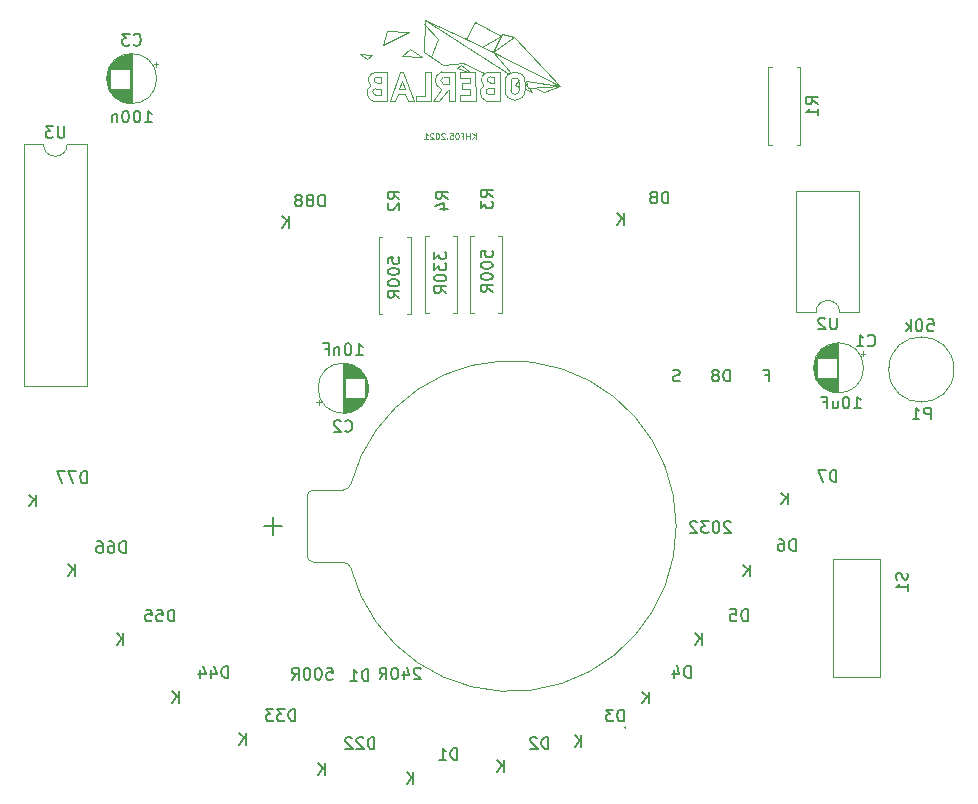
<source format=gbr>
%TF.GenerationSoftware,KiCad,Pcbnew,(5.1.9)-1*%
%TF.CreationDate,2021-04-30T09:58:52+02:00*%
%TF.ProjectId,Smiley2,536d696c-6579-4322-9e6b-696361645f70,rev?*%
%TF.SameCoordinates,Original*%
%TF.FileFunction,Legend,Bot*%
%TF.FilePolarity,Positive*%
%FSLAX46Y46*%
G04 Gerber Fmt 4.6, Leading zero omitted, Abs format (unit mm)*
G04 Created by KiCad (PCBNEW (5.1.9)-1) date 2021-04-30 09:58:52*
%MOMM*%
%LPD*%
G01*
G04 APERTURE LIST*
%ADD10C,0.150000*%
%ADD11C,0.100000*%
%ADD12C,0.120000*%
%ADD13C,0.010000*%
%ADD14C,0.050000*%
%ADD15C,0.200000*%
G04 APERTURE END LIST*
D10*
X15171904Y13937619D02*
X15171904Y14937619D01*
X14600476Y13937619D02*
X15029047Y14509047D01*
X14600476Y14937619D02*
X15171904Y14366190D01*
X-13138095Y13687619D02*
X-13138095Y14687619D01*
X-13709523Y13687619D02*
X-13280952Y14259047D01*
X-13709523Y14687619D02*
X-13138095Y14116190D01*
X-34578095Y-9922380D02*
X-34578095Y-8922380D01*
X-35149523Y-9922380D02*
X-34720952Y-9350952D01*
X-35149523Y-8922380D02*
X-34578095Y-9493809D01*
X-31268095Y-15802380D02*
X-31268095Y-14802380D01*
X-31839523Y-15802380D02*
X-31410952Y-15230952D01*
X-31839523Y-14802380D02*
X-31268095Y-15373809D01*
X-27178095Y-21652380D02*
X-27178095Y-20652380D01*
X-27749523Y-21652380D02*
X-27320952Y-21080952D01*
X-27749523Y-20652380D02*
X-27178095Y-21223809D01*
X-22488095Y-26562380D02*
X-22488095Y-25562380D01*
X-23059523Y-26562380D02*
X-22630952Y-25990952D01*
X-23059523Y-25562380D02*
X-22488095Y-26133809D01*
X-16788095Y-30082380D02*
X-16788095Y-29082380D01*
X-17359523Y-30082380D02*
X-16930952Y-29510952D01*
X-17359523Y-29082380D02*
X-16788095Y-29653809D01*
X-10138095Y-32672380D02*
X-10138095Y-31672380D01*
X-10709523Y-32672380D02*
X-10280952Y-32100952D01*
X-10709523Y-31672380D02*
X-10138095Y-32243809D01*
X-2628095Y-33422380D02*
X-2628095Y-32422380D01*
X-3199523Y-33422380D02*
X-2770952Y-32850952D01*
X-3199523Y-32422380D02*
X-2628095Y-32993809D01*
X5031904Y-32422380D02*
X5031904Y-31422380D01*
X4460476Y-32422380D02*
X4889047Y-31850952D01*
X4460476Y-31422380D02*
X5031904Y-31993809D01*
X11611904Y-30282380D02*
X11611904Y-29282380D01*
X11040476Y-30282380D02*
X11469047Y-29710952D01*
X11040476Y-29282380D02*
X11611904Y-29853809D01*
X17331904Y-26602380D02*
X17331904Y-25602380D01*
X16760476Y-26602380D02*
X17189047Y-26030952D01*
X16760476Y-25602380D02*
X17331904Y-26173809D01*
X21821904Y-21632380D02*
X21821904Y-20632380D01*
X21250476Y-21632380D02*
X21679047Y-21060952D01*
X21250476Y-20632380D02*
X21821904Y-21203809D01*
X25841904Y-15842380D02*
X25841904Y-14842380D01*
X25270476Y-15842380D02*
X25699047Y-15270952D01*
X25270476Y-14842380D02*
X25841904Y-15413809D01*
X29071904Y-9752380D02*
X29071904Y-8752380D01*
X28500476Y-9752380D02*
X28929047Y-9180952D01*
X28500476Y-8752380D02*
X29071904Y-9323809D01*
D11*
X2644761Y21183809D02*
X2644761Y21683809D01*
X2359047Y21183809D02*
X2573333Y21469523D01*
X2359047Y21683809D02*
X2644761Y21398095D01*
X2144761Y21183809D02*
X2144761Y21683809D01*
X2144761Y21445714D02*
X1859047Y21445714D01*
X1859047Y21183809D02*
X1859047Y21683809D01*
X1454285Y21445714D02*
X1620952Y21445714D01*
X1620952Y21183809D02*
X1620952Y21683809D01*
X1382857Y21683809D01*
X1097142Y21683809D02*
X1049523Y21683809D01*
X1001904Y21660000D01*
X978095Y21636190D01*
X954285Y21588571D01*
X930476Y21493333D01*
X930476Y21374285D01*
X954285Y21279047D01*
X978095Y21231428D01*
X1001904Y21207619D01*
X1049523Y21183809D01*
X1097142Y21183809D01*
X1144761Y21207619D01*
X1168571Y21231428D01*
X1192380Y21279047D01*
X1216190Y21374285D01*
X1216190Y21493333D01*
X1192380Y21588571D01*
X1168571Y21636190D01*
X1144761Y21660000D01*
X1097142Y21683809D01*
X478095Y21683809D02*
X716190Y21683809D01*
X740000Y21445714D01*
X716190Y21469523D01*
X668571Y21493333D01*
X549523Y21493333D01*
X501904Y21469523D01*
X478095Y21445714D01*
X454285Y21398095D01*
X454285Y21279047D01*
X478095Y21231428D01*
X501904Y21207619D01*
X549523Y21183809D01*
X668571Y21183809D01*
X716190Y21207619D01*
X740000Y21231428D01*
X240000Y21231428D02*
X216190Y21207619D01*
X240000Y21183809D01*
X263809Y21207619D01*
X240000Y21231428D01*
X240000Y21183809D01*
X25714Y21636190D02*
X1904Y21660000D01*
X-45714Y21683809D01*
X-164761Y21683809D01*
X-212380Y21660000D01*
X-236190Y21636190D01*
X-260000Y21588571D01*
X-260000Y21540952D01*
X-236190Y21469523D01*
X49523Y21183809D01*
X-260000Y21183809D01*
X-569523Y21683809D02*
X-617142Y21683809D01*
X-664761Y21660000D01*
X-688571Y21636190D01*
X-712380Y21588571D01*
X-736190Y21493333D01*
X-736190Y21374285D01*
X-712380Y21279047D01*
X-688571Y21231428D01*
X-664761Y21207619D01*
X-617142Y21183809D01*
X-569523Y21183809D01*
X-521904Y21207619D01*
X-498095Y21231428D01*
X-474285Y21279047D01*
X-450476Y21374285D01*
X-450476Y21493333D01*
X-474285Y21588571D01*
X-498095Y21636190D01*
X-521904Y21660000D01*
X-569523Y21683809D01*
X-926666Y21636190D02*
X-950476Y21660000D01*
X-998095Y21683809D01*
X-1117142Y21683809D01*
X-1164761Y21660000D01*
X-1188571Y21636190D01*
X-1212380Y21588571D01*
X-1212380Y21540952D01*
X-1188571Y21469523D01*
X-902857Y21183809D01*
X-1212380Y21183809D01*
X-1688571Y21183809D02*
X-1402857Y21183809D01*
X-1545714Y21183809D02*
X-1545714Y21683809D01*
X-1498095Y21612380D01*
X-1450476Y21564761D01*
X-1402857Y21540952D01*
D10*
X40912857Y5917619D02*
X41389047Y5917619D01*
X41436666Y5441428D01*
X41389047Y5489047D01*
X41293809Y5536666D01*
X41055714Y5536666D01*
X40960476Y5489047D01*
X40912857Y5441428D01*
X40865238Y5346190D01*
X40865238Y5108095D01*
X40912857Y5012857D01*
X40960476Y4965238D01*
X41055714Y4917619D01*
X41293809Y4917619D01*
X41389047Y4965238D01*
X41436666Y5012857D01*
X40246190Y5917619D02*
X40150952Y5917619D01*
X40055714Y5870000D01*
X40008095Y5822380D01*
X39960476Y5727142D01*
X39912857Y5536666D01*
X39912857Y5298571D01*
X39960476Y5108095D01*
X40008095Y5012857D01*
X40055714Y4965238D01*
X40150952Y4917619D01*
X40246190Y4917619D01*
X40341428Y4965238D01*
X40389047Y5012857D01*
X40436666Y5108095D01*
X40484285Y5298571D01*
X40484285Y5536666D01*
X40436666Y5727142D01*
X40389047Y5822380D01*
X40341428Y5870000D01*
X40246190Y5917619D01*
X39484285Y4917619D02*
X39484285Y5917619D01*
X39389047Y5298571D02*
X39103333Y4917619D01*
X39103333Y5584285D02*
X39484285Y5203333D01*
X-6431904Y-24712380D02*
X-6431904Y-23712380D01*
X-6670000Y-23712380D01*
X-6812857Y-23760000D01*
X-6908095Y-23855238D01*
X-6955714Y-23950476D01*
X-7003333Y-24140952D01*
X-7003333Y-24283809D01*
X-6955714Y-24474285D01*
X-6908095Y-24569523D01*
X-6812857Y-24664761D01*
X-6670000Y-24712380D01*
X-6431904Y-24712380D01*
X-7955714Y-24712380D02*
X-7384285Y-24712380D01*
X-7669999Y-24712380D02*
X-7669999Y-23712380D01*
X-7574761Y-23855238D01*
X-7479523Y-23950476D01*
X-7384285Y-23998095D01*
X-2011904Y-23657619D02*
X-2059523Y-23610000D01*
X-2154761Y-23562380D01*
X-2392857Y-23562380D01*
X-2488095Y-23610000D01*
X-2535714Y-23657619D01*
X-2583333Y-23752857D01*
X-2583333Y-23848095D01*
X-2535714Y-23990952D01*
X-1964285Y-24562380D01*
X-2583333Y-24562380D01*
X-3440476Y-23895714D02*
X-3440476Y-24562380D01*
X-3202380Y-23514761D02*
X-2964285Y-24229047D01*
X-3583333Y-24229047D01*
X-4154761Y-23562380D02*
X-4250000Y-23562380D01*
X-4345238Y-23610000D01*
X-4392857Y-23657619D01*
X-4440476Y-23752857D01*
X-4488095Y-23943333D01*
X-4488095Y-24181428D01*
X-4440476Y-24371904D01*
X-4392857Y-24467142D01*
X-4345238Y-24514761D01*
X-4250000Y-24562380D01*
X-4154761Y-24562380D01*
X-4059523Y-24514761D01*
X-4011904Y-24467142D01*
X-3964285Y-24371904D01*
X-3916666Y-24181428D01*
X-3916666Y-23943333D01*
X-3964285Y-23752857D01*
X-4011904Y-23657619D01*
X-4059523Y-23610000D01*
X-4154761Y-23562380D01*
X-5488095Y-24562380D02*
X-5154761Y-24086190D01*
X-4916666Y-24562380D02*
X-4916666Y-23562380D01*
X-5297619Y-23562380D01*
X-5392857Y-23610000D01*
X-5440476Y-23657619D01*
X-5488095Y-23752857D01*
X-5488095Y-23895714D01*
X-5440476Y-23990952D01*
X-5392857Y-24038571D01*
X-5297619Y-24086190D01*
X-4916666Y-24086190D01*
X-9965714Y-23592380D02*
X-9489523Y-23592380D01*
X-9441904Y-24068571D01*
X-9489523Y-24020952D01*
X-9584761Y-23973333D01*
X-9822857Y-23973333D01*
X-9918095Y-24020952D01*
X-9965714Y-24068571D01*
X-10013333Y-24163809D01*
X-10013333Y-24401904D01*
X-9965714Y-24497142D01*
X-9918095Y-24544761D01*
X-9822857Y-24592380D01*
X-9584761Y-24592380D01*
X-9489523Y-24544761D01*
X-9441904Y-24497142D01*
X-10632380Y-23592380D02*
X-10727619Y-23592380D01*
X-10822857Y-23640000D01*
X-10870476Y-23687619D01*
X-10918095Y-23782857D01*
X-10965714Y-23973333D01*
X-10965714Y-24211428D01*
X-10918095Y-24401904D01*
X-10870476Y-24497142D01*
X-10822857Y-24544761D01*
X-10727619Y-24592380D01*
X-10632380Y-24592380D01*
X-10537142Y-24544761D01*
X-10489523Y-24497142D01*
X-10441904Y-24401904D01*
X-10394285Y-24211428D01*
X-10394285Y-23973333D01*
X-10441904Y-23782857D01*
X-10489523Y-23687619D01*
X-10537142Y-23640000D01*
X-10632380Y-23592380D01*
X-11584761Y-23592380D02*
X-11680000Y-23592380D01*
X-11775238Y-23640000D01*
X-11822857Y-23687619D01*
X-11870476Y-23782857D01*
X-11918095Y-23973333D01*
X-11918095Y-24211428D01*
X-11870476Y-24401904D01*
X-11822857Y-24497142D01*
X-11775238Y-24544761D01*
X-11680000Y-24592380D01*
X-11584761Y-24592380D01*
X-11489523Y-24544761D01*
X-11441904Y-24497142D01*
X-11394285Y-24401904D01*
X-11346666Y-24211428D01*
X-11346666Y-23973333D01*
X-11394285Y-23782857D01*
X-11441904Y-23687619D01*
X-11489523Y-23640000D01*
X-11584761Y-23592380D01*
X-12918095Y-24592380D02*
X-12584761Y-24116190D01*
X-12346666Y-24592380D02*
X-12346666Y-23592380D01*
X-12727619Y-23592380D01*
X-12822857Y-23640000D01*
X-12870476Y-23687619D01*
X-12918095Y-23782857D01*
X-12918095Y-23925714D01*
X-12870476Y-24020952D01*
X-12822857Y-24068571D01*
X-12727619Y-24116190D01*
X-12346666Y-24116190D01*
X19925714Y705238D02*
X19782857Y657619D01*
X19544761Y657619D01*
X19449523Y705238D01*
X19401904Y752857D01*
X19354285Y848095D01*
X19354285Y943333D01*
X19401904Y1038571D01*
X19449523Y1086190D01*
X19544761Y1133809D01*
X19735238Y1181428D01*
X19830476Y1229047D01*
X19878095Y1276666D01*
X19925714Y1371904D01*
X19925714Y1467142D01*
X19878095Y1562380D01*
X19830476Y1610000D01*
X19735238Y1657619D01*
X19497142Y1657619D01*
X19354285Y1610000D01*
X27117142Y1181428D02*
X27450476Y1181428D01*
X27450476Y657619D02*
X27450476Y1657619D01*
X26974285Y1657619D01*
X24188095Y657619D02*
X24188095Y1657619D01*
X23950000Y1657619D01*
X23807142Y1610000D01*
X23711904Y1514761D01*
X23664285Y1419523D01*
X23616666Y1229047D01*
X23616666Y1086190D01*
X23664285Y895714D01*
X23711904Y800476D01*
X23807142Y705238D01*
X23950000Y657619D01*
X24188095Y657619D01*
X23045238Y1229047D02*
X23140476Y1276666D01*
X23188095Y1324285D01*
X23235714Y1419523D01*
X23235714Y1467142D01*
X23188095Y1562380D01*
X23140476Y1610000D01*
X23045238Y1657619D01*
X22854761Y1657619D01*
X22759523Y1610000D01*
X22711904Y1562380D01*
X22664285Y1467142D01*
X22664285Y1419523D01*
X22711904Y1324285D01*
X22759523Y1276666D01*
X22854761Y1229047D01*
X23045238Y1229047D01*
X23140476Y1181428D01*
X23188095Y1133809D01*
X23235714Y1038571D01*
X23235714Y848095D01*
X23188095Y752857D01*
X23140476Y705238D01*
X23045238Y657619D01*
X22854761Y657619D01*
X22759523Y705238D01*
X22711904Y752857D01*
X22664285Y848095D01*
X22664285Y1038571D01*
X22711904Y1133809D01*
X22759523Y1181428D01*
X22854761Y1229047D01*
D12*
%TO.C,G\u002A\u002A\u002A*%
X-3315000Y24985000D02*
X-3915000Y24985000D01*
X-1640000Y24860000D02*
X-2390000Y24860000D01*
X-2390000Y24410000D02*
X-1140000Y24410000D01*
D13*
G36*
X15204723Y-28585226D02*
G01*
X15268542Y-28649045D01*
X15332361Y-28585226D01*
X15268542Y-28521407D01*
X15204723Y-28585226D01*
G37*
X15204723Y-28585226D02*
X15268542Y-28649045D01*
X15332361Y-28585226D01*
X15268542Y-28521407D01*
X15204723Y-28585226D01*
D12*
X-1165000Y26860000D02*
X-1615000Y26860000D01*
X6835000Y25310000D02*
X6835000Y26010000D01*
X5135000Y26010000D02*
X5135000Y25310000D01*
X2635000Y26860000D02*
X2685000Y24410000D01*
X2685000Y24410000D02*
X2585000Y24410000D01*
X-4565000Y24385000D02*
X-3790000Y26835000D01*
X2185000Y25910000D02*
X2185000Y26360000D01*
X4185000Y26410000D02*
X4185000Y25960000D01*
X1535000Y25910000D02*
X2185000Y25910000D01*
X-3790000Y26835000D02*
X-3465000Y26835000D01*
X-4165000Y24385000D02*
X-4565000Y24385000D01*
X1535000Y25460000D02*
X1535000Y25910000D01*
X-1140000Y24410000D02*
X-1165000Y26860000D01*
X-1615000Y26860000D02*
X-1640000Y24860000D01*
D14*
X4135000Y28510000D02*
X5610000Y26785000D01*
D12*
X-3065000Y24385000D02*
X-2565000Y24385000D01*
X1335000Y26360000D02*
X1335000Y26860000D01*
X2185000Y25460000D02*
X1535000Y25460000D01*
X-3465000Y26835000D02*
X-2565000Y24385000D01*
X1335000Y26860000D02*
X2635000Y26860000D01*
X-3340000Y25385000D02*
X-3840000Y25385000D01*
X4185000Y25960000D02*
X3885000Y25960000D01*
X2185000Y26360000D02*
X1335000Y26360000D01*
X-3065000Y24385000D02*
X-3315000Y24985000D01*
X-3915000Y24985000D02*
X-4165000Y24385000D01*
X-2390000Y24860000D02*
X-2390000Y24410000D01*
X285000Y25360000D02*
X-465000Y24410000D01*
X-865000Y24410000D02*
X-965000Y24410000D01*
X435000Y24410000D02*
X435000Y25360000D01*
D14*
X-5165000Y29135000D02*
X-4815000Y30310000D01*
X4860000Y30085000D02*
X4135000Y28510000D01*
X2560000Y31085000D02*
X1810000Y29660000D01*
D12*
X-4890000Y26835000D02*
X-4840000Y24385000D01*
D14*
X-1890000Y28110000D02*
X-2890000Y28785000D01*
X-1690000Y30885000D02*
X-565000Y29660000D01*
X-565000Y29660000D02*
X-1140000Y28160000D01*
D12*
X6335000Y26010000D02*
X6335000Y25310000D01*
X4735000Y24410000D02*
X3535000Y24410000D01*
D14*
X8460000Y25185000D02*
X7635000Y25535000D01*
D12*
X-4840000Y24385000D02*
X-6040000Y24385000D01*
X-5390000Y25435000D02*
X-5390000Y24935000D01*
X-5390001Y25439950D02*
X-5790001Y25439950D01*
X-223731Y26865406D02*
X885000Y26860000D01*
X2585000Y24410000D02*
X1335000Y24410000D01*
X-3840000Y25385000D02*
X-3615000Y26135000D01*
X-3615000Y26135000D02*
X-3340000Y25385000D01*
D14*
X4135000Y28510000D02*
X9785000Y25660000D01*
D12*
X-5790000Y26821395D02*
X-4890000Y26835000D01*
X4184999Y25464950D02*
X3784999Y25464950D01*
X-5390000Y26435000D02*
X-5640000Y26435000D01*
D14*
X-6115000Y28260000D02*
X-7115000Y28410000D01*
X6835000Y25410000D02*
X7385000Y25135000D01*
D12*
X3785000Y26846395D02*
X4685000Y26860000D01*
D14*
X6285000Y26160000D02*
X5960000Y25760000D01*
X5885000Y29835000D02*
X4135000Y28510000D01*
X1035000Y27210000D02*
X2010000Y26860000D01*
D12*
X5635000Y26010000D02*
X5635000Y25360000D01*
X1335000Y24910000D02*
X2185000Y24910000D01*
X2185000Y24910000D02*
X2185000Y25460000D01*
X385000Y25860000D02*
X-115000Y25860000D01*
X4185000Y26460000D02*
X3935000Y26460000D01*
X-5390000Y26385000D02*
X-5390000Y25935000D01*
D14*
X-3590000Y28210000D02*
X-1915000Y28110000D01*
X7385000Y25135000D02*
X6810000Y25935000D01*
X-3015000Y30260000D02*
X-5165000Y29135000D01*
X5435000Y26685000D02*
X-1665000Y31285000D01*
X5960000Y25760000D02*
X6335000Y25585000D01*
X-4815000Y30310000D02*
X-3015000Y30260000D01*
D12*
X-5390000Y25935000D02*
X-5690000Y25935000D01*
X385000Y26410000D02*
X385000Y25860000D01*
X-965000Y24410000D02*
X-265000Y25360000D01*
X-5390000Y24935000D02*
X-5840000Y24935000D01*
D14*
X-1665000Y31285000D02*
X-1740000Y28560000D01*
X1810000Y29660000D02*
X4135000Y28510000D01*
X-2890000Y28785000D02*
X-3590000Y28210000D01*
X1810000Y29660000D02*
X-1665000Y31285000D01*
D12*
X885000Y24410000D02*
X435000Y24410000D01*
X435000Y25360000D02*
X285000Y25360000D01*
X1335000Y24410000D02*
X1335000Y24910000D01*
X-465000Y24410000D02*
X-865000Y24410000D01*
D14*
X-7115000Y28410000D02*
X-6540000Y27935000D01*
D12*
X4185000Y25460000D02*
X4185000Y24960000D01*
D14*
X-6540000Y27935000D02*
X-6115000Y28260000D01*
X5885000Y29835000D02*
X4860000Y30085000D01*
D12*
X4685000Y26860000D02*
X4735000Y24410000D01*
X4185000Y24960000D02*
X3735000Y24960000D01*
X885000Y26860000D02*
X885000Y24410000D01*
D14*
X2210000Y26885000D02*
X1435000Y27485000D01*
X1435000Y27485000D02*
X1035000Y27210000D01*
D12*
X-65000Y26410000D02*
X385000Y26410000D01*
D14*
X9785000Y25660000D02*
X6885000Y26135000D01*
X9785000Y25660000D02*
X5885000Y29835000D01*
X-1740000Y28560000D02*
X-115000Y27435000D01*
X-115000Y27435000D02*
X1560000Y27660000D01*
X1560000Y27660000D02*
X3385000Y26760000D01*
X7110000Y25510000D02*
X9785000Y25660000D01*
X6885000Y26135000D02*
X7110000Y25510000D01*
X9785000Y25660000D02*
X8460000Y25185000D01*
X4760000Y29910000D02*
X3185000Y29010000D01*
X2560000Y31085000D02*
X4760000Y29910000D01*
D12*
X-223731Y26865406D02*
G75*
G03*
X-239999Y25410001I233731J-730406D01*
G01*
X5135000Y25310000D02*
G75*
G03*
X6835000Y25310000I850000J0D01*
G01*
X-6216256Y25693936D02*
G75*
G03*
X-6039999Y24385001I426256J-608936D01*
G01*
X-115000Y26409999D02*
G75*
G03*
X-114999Y25860001I125000J-274999D01*
G01*
X5635000Y25310000D02*
G75*
G03*
X6335000Y25310000I350000J0D01*
G01*
X6335000Y26010000D02*
G75*
G03*
X5635000Y26010000I-350000J0D01*
G01*
X-5790001Y25439950D02*
G75*
G03*
X-5839999Y24935001I1J-254950D01*
G01*
X-5629366Y26427536D02*
G75*
G03*
X-5690000Y25935000I-60634J-242536D01*
G01*
X3358744Y25718936D02*
G75*
G03*
X3535001Y24410001I426256J-608936D01*
G01*
X-5790000Y26821395D02*
G75*
G03*
X-6239999Y25735001I0J-636395D01*
G01*
X3784999Y25464950D02*
G75*
G03*
X3735001Y24960001I1J-254950D01*
G01*
X6835000Y26010000D02*
G75*
G03*
X5135000Y26010000I-850000J0D01*
G01*
X3785000Y26846395D02*
G75*
G03*
X3335001Y25760001I0J-636395D01*
G01*
X3945634Y26452536D02*
G75*
G03*
X3885000Y25960000I-60634J-242536D01*
G01*
%TO.C,C1*%
X35492000Y1808500D02*
G75*
G03*
X35492000Y1808500I-2120000J0D01*
G01*
X33372000Y3888500D02*
X33372000Y-271500D01*
X33332000Y3888500D02*
X33332000Y-271500D01*
X33292000Y3887500D02*
X33292000Y-270500D01*
X33252000Y3885500D02*
X33252000Y-268500D01*
X33212000Y3882500D02*
X33212000Y-265500D01*
X33172000Y3879500D02*
X33172000Y2648500D01*
X33172000Y968500D02*
X33172000Y-262500D01*
X33132000Y3875500D02*
X33132000Y2648500D01*
X33132000Y968500D02*
X33132000Y-258500D01*
X33092000Y3870500D02*
X33092000Y2648500D01*
X33092000Y968500D02*
X33092000Y-253500D01*
X33052000Y3864500D02*
X33052000Y2648500D01*
X33052000Y968500D02*
X33052000Y-247500D01*
X33012000Y3858500D02*
X33012000Y2648500D01*
X33012000Y968500D02*
X33012000Y-241500D01*
X32972000Y3850500D02*
X32972000Y2648500D01*
X32972000Y968500D02*
X32972000Y-233500D01*
X32932000Y3842500D02*
X32932000Y2648500D01*
X32932000Y968500D02*
X32932000Y-225500D01*
X32892000Y3833500D02*
X32892000Y2648500D01*
X32892000Y968500D02*
X32892000Y-216500D01*
X32852000Y3824500D02*
X32852000Y2648500D01*
X32852000Y968500D02*
X32852000Y-207500D01*
X32812000Y3813500D02*
X32812000Y2648500D01*
X32812000Y968500D02*
X32812000Y-196500D01*
X32772000Y3802500D02*
X32772000Y2648500D01*
X32772000Y968500D02*
X32772000Y-185500D01*
X32732000Y3790500D02*
X32732000Y2648500D01*
X32732000Y968500D02*
X32732000Y-173500D01*
X32692000Y3776500D02*
X32692000Y2648500D01*
X32692000Y968500D02*
X32692000Y-159500D01*
X32651000Y3762500D02*
X32651000Y2648500D01*
X32651000Y968500D02*
X32651000Y-145500D01*
X32611000Y3748500D02*
X32611000Y2648500D01*
X32611000Y968500D02*
X32611000Y-131500D01*
X32571000Y3732500D02*
X32571000Y2648500D01*
X32571000Y968500D02*
X32571000Y-115500D01*
X32531000Y3715500D02*
X32531000Y2648500D01*
X32531000Y968500D02*
X32531000Y-98500D01*
X32491000Y3697500D02*
X32491000Y2648500D01*
X32491000Y968500D02*
X32491000Y-80500D01*
X32451000Y3678500D02*
X32451000Y2648500D01*
X32451000Y968500D02*
X32451000Y-61500D01*
X32411000Y3659500D02*
X32411000Y2648500D01*
X32411000Y968500D02*
X32411000Y-42500D01*
X32371000Y3638500D02*
X32371000Y2648500D01*
X32371000Y968500D02*
X32371000Y-21500D01*
X32331000Y3616500D02*
X32331000Y2648500D01*
X32331000Y968500D02*
X32331000Y500D01*
X32291000Y3593500D02*
X32291000Y2648500D01*
X32291000Y968500D02*
X32291000Y23500D01*
X32251000Y3568500D02*
X32251000Y2648500D01*
X32251000Y968500D02*
X32251000Y48500D01*
X32211000Y3543500D02*
X32211000Y2648500D01*
X32211000Y968500D02*
X32211000Y73500D01*
X32171000Y3516500D02*
X32171000Y2648500D01*
X32171000Y968500D02*
X32171000Y100500D01*
X32131000Y3488500D02*
X32131000Y2648500D01*
X32131000Y968500D02*
X32131000Y128500D01*
X32091000Y3458500D02*
X32091000Y2648500D01*
X32091000Y968500D02*
X32091000Y158500D01*
X32051000Y3427500D02*
X32051000Y2648500D01*
X32051000Y968500D02*
X32051000Y189500D01*
X32011000Y3395500D02*
X32011000Y2648500D01*
X32011000Y968500D02*
X32011000Y221500D01*
X31971000Y3360500D02*
X31971000Y2648500D01*
X31971000Y968500D02*
X31971000Y256500D01*
X31931000Y3324500D02*
X31931000Y2648500D01*
X31931000Y968500D02*
X31931000Y292500D01*
X31891000Y3286500D02*
X31891000Y2648500D01*
X31891000Y968500D02*
X31891000Y330500D01*
X31851000Y3246500D02*
X31851000Y2648500D01*
X31851000Y968500D02*
X31851000Y370500D01*
X31811000Y3204500D02*
X31811000Y2648500D01*
X31811000Y968500D02*
X31811000Y412500D01*
X31771000Y3159500D02*
X31771000Y2648500D01*
X31771000Y968500D02*
X31771000Y457500D01*
X31731000Y3112500D02*
X31731000Y2648500D01*
X31731000Y968500D02*
X31731000Y504500D01*
X31691000Y3062500D02*
X31691000Y2648500D01*
X31691000Y968500D02*
X31691000Y554500D01*
X31651000Y3008500D02*
X31651000Y2648500D01*
X31651000Y968500D02*
X31651000Y608500D01*
X31611000Y2950500D02*
X31611000Y2648500D01*
X31611000Y968500D02*
X31611000Y666500D01*
X31571000Y2888500D02*
X31571000Y2648500D01*
X31571000Y968500D02*
X31571000Y728500D01*
X31531000Y2821500D02*
X31531000Y795500D01*
X31491000Y2748500D02*
X31491000Y868500D01*
X31451000Y2667500D02*
X31451000Y949500D01*
X31411000Y2576500D02*
X31411000Y1040500D01*
X31371000Y2472500D02*
X31371000Y1144500D01*
X31331000Y2345500D02*
X31331000Y1271500D01*
X31291000Y2178500D02*
X31291000Y1438500D01*
X35641801Y3003500D02*
X35241801Y3003500D01*
X35441801Y3203500D02*
X35441801Y2803500D01*
%TO.C,C2*%
X-6450000Y94000D02*
G75*
G03*
X-6450000Y94000I-2120000J0D01*
G01*
X-8570000Y-1986000D02*
X-8570000Y2174000D01*
X-8530000Y-1986000D02*
X-8530000Y2174000D01*
X-8490000Y-1985000D02*
X-8490000Y2173000D01*
X-8450000Y-1983000D02*
X-8450000Y2171000D01*
X-8410000Y-1980000D02*
X-8410000Y2168000D01*
X-8370000Y-1977000D02*
X-8370000Y-746000D01*
X-8370000Y934000D02*
X-8370000Y2165000D01*
X-8330000Y-1973000D02*
X-8330000Y-746000D01*
X-8330000Y934000D02*
X-8330000Y2161000D01*
X-8290000Y-1968000D02*
X-8290000Y-746000D01*
X-8290000Y934000D02*
X-8290000Y2156000D01*
X-8250000Y-1962000D02*
X-8250000Y-746000D01*
X-8250000Y934000D02*
X-8250000Y2150000D01*
X-8210000Y-1956000D02*
X-8210000Y-746000D01*
X-8210000Y934000D02*
X-8210000Y2144000D01*
X-8170000Y-1948000D02*
X-8170000Y-746000D01*
X-8170000Y934000D02*
X-8170000Y2136000D01*
X-8130000Y-1940000D02*
X-8130000Y-746000D01*
X-8130000Y934000D02*
X-8130000Y2128000D01*
X-8090000Y-1931000D02*
X-8090000Y-746000D01*
X-8090000Y934000D02*
X-8090000Y2119000D01*
X-8050000Y-1922000D02*
X-8050000Y-746000D01*
X-8050000Y934000D02*
X-8050000Y2110000D01*
X-8010000Y-1911000D02*
X-8010000Y-746000D01*
X-8010000Y934000D02*
X-8010000Y2099000D01*
X-7970000Y-1900000D02*
X-7970000Y-746000D01*
X-7970000Y934000D02*
X-7970000Y2088000D01*
X-7930000Y-1888000D02*
X-7930000Y-746000D01*
X-7930000Y934000D02*
X-7930000Y2076000D01*
X-7890000Y-1874000D02*
X-7890000Y-746000D01*
X-7890000Y934000D02*
X-7890000Y2062000D01*
X-7849000Y-1860000D02*
X-7849000Y-746000D01*
X-7849000Y934000D02*
X-7849000Y2048000D01*
X-7809000Y-1846000D02*
X-7809000Y-746000D01*
X-7809000Y934000D02*
X-7809000Y2034000D01*
X-7769000Y-1830000D02*
X-7769000Y-746000D01*
X-7769000Y934000D02*
X-7769000Y2018000D01*
X-7729000Y-1813000D02*
X-7729000Y-746000D01*
X-7729000Y934000D02*
X-7729000Y2001000D01*
X-7689000Y-1795000D02*
X-7689000Y-746000D01*
X-7689000Y934000D02*
X-7689000Y1983000D01*
X-7649000Y-1776000D02*
X-7649000Y-746000D01*
X-7649000Y934000D02*
X-7649000Y1964000D01*
X-7609000Y-1757000D02*
X-7609000Y-746000D01*
X-7609000Y934000D02*
X-7609000Y1945000D01*
X-7569000Y-1736000D02*
X-7569000Y-746000D01*
X-7569000Y934000D02*
X-7569000Y1924000D01*
X-7529000Y-1714000D02*
X-7529000Y-746000D01*
X-7529000Y934000D02*
X-7529000Y1902000D01*
X-7489000Y-1691000D02*
X-7489000Y-746000D01*
X-7489000Y934000D02*
X-7489000Y1879000D01*
X-7449000Y-1666000D02*
X-7449000Y-746000D01*
X-7449000Y934000D02*
X-7449000Y1854000D01*
X-7409000Y-1641000D02*
X-7409000Y-746000D01*
X-7409000Y934000D02*
X-7409000Y1829000D01*
X-7369000Y-1614000D02*
X-7369000Y-746000D01*
X-7369000Y934000D02*
X-7369000Y1802000D01*
X-7329000Y-1586000D02*
X-7329000Y-746000D01*
X-7329000Y934000D02*
X-7329000Y1774000D01*
X-7289000Y-1556000D02*
X-7289000Y-746000D01*
X-7289000Y934000D02*
X-7289000Y1744000D01*
X-7249000Y-1525000D02*
X-7249000Y-746000D01*
X-7249000Y934000D02*
X-7249000Y1713000D01*
X-7209000Y-1493000D02*
X-7209000Y-746000D01*
X-7209000Y934000D02*
X-7209000Y1681000D01*
X-7169000Y-1458000D02*
X-7169000Y-746000D01*
X-7169000Y934000D02*
X-7169000Y1646000D01*
X-7129000Y-1422000D02*
X-7129000Y-746000D01*
X-7129000Y934000D02*
X-7129000Y1610000D01*
X-7089000Y-1384000D02*
X-7089000Y-746000D01*
X-7089000Y934000D02*
X-7089000Y1572000D01*
X-7049000Y-1344000D02*
X-7049000Y-746000D01*
X-7049000Y934000D02*
X-7049000Y1532000D01*
X-7009000Y-1302000D02*
X-7009000Y-746000D01*
X-7009000Y934000D02*
X-7009000Y1490000D01*
X-6969000Y-1257000D02*
X-6969000Y-746000D01*
X-6969000Y934000D02*
X-6969000Y1445000D01*
X-6929000Y-1210000D02*
X-6929000Y-746000D01*
X-6929000Y934000D02*
X-6929000Y1398000D01*
X-6889000Y-1160000D02*
X-6889000Y-746000D01*
X-6889000Y934000D02*
X-6889000Y1348000D01*
X-6849000Y-1106000D02*
X-6849000Y-746000D01*
X-6849000Y934000D02*
X-6849000Y1294000D01*
X-6809000Y-1048000D02*
X-6809000Y-746000D01*
X-6809000Y934000D02*
X-6809000Y1236000D01*
X-6769000Y-986000D02*
X-6769000Y-746000D01*
X-6769000Y934000D02*
X-6769000Y1174000D01*
X-6729000Y-919000D02*
X-6729000Y1107000D01*
X-6689000Y-846000D02*
X-6689000Y1034000D01*
X-6649000Y-765000D02*
X-6649000Y953000D01*
X-6609000Y-674000D02*
X-6609000Y862000D01*
X-6569000Y-570000D02*
X-6569000Y758000D01*
X-6529000Y-443000D02*
X-6529000Y631000D01*
X-6489000Y-276000D02*
X-6489000Y464000D01*
X-10839801Y-1101000D02*
X-10439801Y-1101000D01*
X-10639801Y-1301000D02*
X-10639801Y-901000D01*
%TO.C,C3*%
X-24410199Y27695000D02*
X-24410199Y27295000D01*
X-24210199Y27495000D02*
X-24610199Y27495000D01*
X-28561000Y26670000D02*
X-28561000Y25930000D01*
X-28521000Y26837000D02*
X-28521000Y25763000D01*
X-28481000Y26964000D02*
X-28481000Y25636000D01*
X-28441000Y27068000D02*
X-28441000Y25532000D01*
X-28401000Y27159000D02*
X-28401000Y25441000D01*
X-28361000Y27240000D02*
X-28361000Y25360000D01*
X-28321000Y27313000D02*
X-28321000Y25287000D01*
X-28281000Y25460000D02*
X-28281000Y25220000D01*
X-28281000Y27380000D02*
X-28281000Y27140000D01*
X-28241000Y25460000D02*
X-28241000Y25158000D01*
X-28241000Y27442000D02*
X-28241000Y27140000D01*
X-28201000Y25460000D02*
X-28201000Y25100000D01*
X-28201000Y27500000D02*
X-28201000Y27140000D01*
X-28161000Y25460000D02*
X-28161000Y25046000D01*
X-28161000Y27554000D02*
X-28161000Y27140000D01*
X-28121000Y25460000D02*
X-28121000Y24996000D01*
X-28121000Y27604000D02*
X-28121000Y27140000D01*
X-28081000Y25460000D02*
X-28081000Y24949000D01*
X-28081000Y27651000D02*
X-28081000Y27140000D01*
X-28041000Y25460000D02*
X-28041000Y24904000D01*
X-28041000Y27696000D02*
X-28041000Y27140000D01*
X-28001000Y25460000D02*
X-28001000Y24862000D01*
X-28001000Y27738000D02*
X-28001000Y27140000D01*
X-27961000Y25460000D02*
X-27961000Y24822000D01*
X-27961000Y27778000D02*
X-27961000Y27140000D01*
X-27921000Y25460000D02*
X-27921000Y24784000D01*
X-27921000Y27816000D02*
X-27921000Y27140000D01*
X-27881000Y25460000D02*
X-27881000Y24748000D01*
X-27881000Y27852000D02*
X-27881000Y27140000D01*
X-27841000Y25460000D02*
X-27841000Y24713000D01*
X-27841000Y27887000D02*
X-27841000Y27140000D01*
X-27801000Y25460000D02*
X-27801000Y24681000D01*
X-27801000Y27919000D02*
X-27801000Y27140000D01*
X-27761000Y25460000D02*
X-27761000Y24650000D01*
X-27761000Y27950000D02*
X-27761000Y27140000D01*
X-27721000Y25460000D02*
X-27721000Y24620000D01*
X-27721000Y27980000D02*
X-27721000Y27140000D01*
X-27681000Y25460000D02*
X-27681000Y24592000D01*
X-27681000Y28008000D02*
X-27681000Y27140000D01*
X-27641000Y25460000D02*
X-27641000Y24565000D01*
X-27641000Y28035000D02*
X-27641000Y27140000D01*
X-27601000Y25460000D02*
X-27601000Y24540000D01*
X-27601000Y28060000D02*
X-27601000Y27140000D01*
X-27561000Y25460000D02*
X-27561000Y24515000D01*
X-27561000Y28085000D02*
X-27561000Y27140000D01*
X-27521000Y25460000D02*
X-27521000Y24492000D01*
X-27521000Y28108000D02*
X-27521000Y27140000D01*
X-27481000Y25460000D02*
X-27481000Y24470000D01*
X-27481000Y28130000D02*
X-27481000Y27140000D01*
X-27441000Y25460000D02*
X-27441000Y24449000D01*
X-27441000Y28151000D02*
X-27441000Y27140000D01*
X-27401000Y25460000D02*
X-27401000Y24430000D01*
X-27401000Y28170000D02*
X-27401000Y27140000D01*
X-27361000Y25460000D02*
X-27361000Y24411000D01*
X-27361000Y28189000D02*
X-27361000Y27140000D01*
X-27321000Y25460000D02*
X-27321000Y24393000D01*
X-27321000Y28207000D02*
X-27321000Y27140000D01*
X-27281000Y25460000D02*
X-27281000Y24376000D01*
X-27281000Y28224000D02*
X-27281000Y27140000D01*
X-27241000Y25460000D02*
X-27241000Y24360000D01*
X-27241000Y28240000D02*
X-27241000Y27140000D01*
X-27201000Y25460000D02*
X-27201000Y24346000D01*
X-27201000Y28254000D02*
X-27201000Y27140000D01*
X-27160000Y25460000D02*
X-27160000Y24332000D01*
X-27160000Y28268000D02*
X-27160000Y27140000D01*
X-27120000Y25460000D02*
X-27120000Y24318000D01*
X-27120000Y28282000D02*
X-27120000Y27140000D01*
X-27080000Y25460000D02*
X-27080000Y24306000D01*
X-27080000Y28294000D02*
X-27080000Y27140000D01*
X-27040000Y25460000D02*
X-27040000Y24295000D01*
X-27040000Y28305000D02*
X-27040000Y27140000D01*
X-27000000Y25460000D02*
X-27000000Y24284000D01*
X-27000000Y28316000D02*
X-27000000Y27140000D01*
X-26960000Y25460000D02*
X-26960000Y24275000D01*
X-26960000Y28325000D02*
X-26960000Y27140000D01*
X-26920000Y25460000D02*
X-26920000Y24266000D01*
X-26920000Y28334000D02*
X-26920000Y27140000D01*
X-26880000Y25460000D02*
X-26880000Y24258000D01*
X-26880000Y28342000D02*
X-26880000Y27140000D01*
X-26840000Y25460000D02*
X-26840000Y24250000D01*
X-26840000Y28350000D02*
X-26840000Y27140000D01*
X-26800000Y25460000D02*
X-26800000Y24244000D01*
X-26800000Y28356000D02*
X-26800000Y27140000D01*
X-26760000Y25460000D02*
X-26760000Y24238000D01*
X-26760000Y28362000D02*
X-26760000Y27140000D01*
X-26720000Y25460000D02*
X-26720000Y24233000D01*
X-26720000Y28367000D02*
X-26720000Y27140000D01*
X-26680000Y25460000D02*
X-26680000Y24229000D01*
X-26680000Y28371000D02*
X-26680000Y27140000D01*
X-26640000Y28374000D02*
X-26640000Y24226000D01*
X-26600000Y28377000D02*
X-26600000Y24223000D01*
X-26560000Y28379000D02*
X-26560000Y24221000D01*
X-26520000Y28380000D02*
X-26520000Y24220000D01*
X-26480000Y28380000D02*
X-26480000Y24220000D01*
X-24360000Y26300000D02*
G75*
G03*
X-24360000Y26300000I-2120000J0D01*
G01*
%TO.C,R1*%
X27414000Y27240000D02*
X27744000Y27240000D01*
X27414000Y20700000D02*
X27414000Y27240000D01*
X27744000Y20700000D02*
X27414000Y20700000D01*
X30154000Y27240000D02*
X29824000Y27240000D01*
X30154000Y20700000D02*
X30154000Y27240000D01*
X29824000Y20700000D02*
X30154000Y20700000D01*
%TO.C,R2*%
X-2830000Y6380000D02*
X-3160000Y6380000D01*
X-2830000Y12920000D02*
X-2830000Y6380000D01*
X-3160000Y12920000D02*
X-2830000Y12920000D01*
X-5570000Y6380000D02*
X-5240000Y6380000D01*
X-5570000Y12920000D02*
X-5570000Y6380000D01*
X-5240000Y12920000D02*
X-5570000Y12920000D01*
%TO.C,R3*%
X4551000Y6412500D02*
X4881000Y6412500D01*
X4881000Y6412500D02*
X4881000Y12952500D01*
X4881000Y12952500D02*
X4551000Y12952500D01*
X2471000Y6412500D02*
X2141000Y6412500D01*
X2141000Y6412500D02*
X2141000Y12952500D01*
X2141000Y12952500D02*
X2471000Y12952500D01*
%TO.C,R4*%
X741000Y6412500D02*
X1071000Y6412500D01*
X1071000Y6412500D02*
X1071000Y12952500D01*
X1071000Y12952500D02*
X741000Y12952500D01*
X-1339000Y6412500D02*
X-1669000Y6412500D01*
X-1669000Y6412500D02*
X-1669000Y12952500D01*
X-1669000Y12952500D02*
X-1339000Y12952500D01*
%TO.C,S1*%
X32949600Y-24367600D02*
X36886600Y-24393000D01*
X32949600Y-14410800D02*
X32949600Y-24367600D01*
X36886600Y-14410800D02*
X32949600Y-14410800D01*
X36886600Y-24367600D02*
X36886600Y-14410800D01*
%TO.C,U1*%
X-8620000Y-14640000D02*
X-11070000Y-14640000D01*
X-11070000Y-8540000D02*
X-8620000Y-8540000D01*
X-11620000Y-14090000D02*
X-11620000Y-9090000D01*
X19629738Y-11605231D02*
G75*
G03*
X-7920000Y-8070000I-13999738J15231D01*
G01*
X19629738Y-11574769D02*
G75*
G02*
X-7920000Y-15110000I-13999738J-15231D01*
G01*
X-7915231Y-8046515D02*
G75*
G02*
X-8620000Y-8540000I-704769J256515D01*
G01*
X-7915231Y-15133485D02*
G75*
G03*
X-8620000Y-14640000I-704769J-256515D01*
G01*
X-11070000Y-14640000D02*
G75*
G02*
X-11620000Y-14090000I0J550000D01*
G01*
X-11070000Y-8540000D02*
G75*
G03*
X-11620000Y-9090000I0J-550000D01*
G01*
%TO.C,U2*%
X31467000Y6511000D02*
X29817000Y6511000D01*
X29817000Y6511000D02*
X29817000Y16791000D01*
X29817000Y16791000D02*
X35117000Y16791000D01*
X35117000Y16791000D02*
X35117000Y6511000D01*
X35117000Y6511000D02*
X33467000Y6511000D01*
X33467000Y6511000D02*
G75*
G03*
X31467000Y6511000I-1000000J0D01*
G01*
%TO.C,U3*%
X-31938000Y20728000D02*
X-30288000Y20728000D01*
X-30288000Y20728000D02*
X-30288000Y288000D01*
X-30288000Y288000D02*
X-35588000Y288000D01*
X-35588000Y288000D02*
X-35588000Y20728000D01*
X-35588000Y20728000D02*
X-33938000Y20728000D01*
X-33938000Y20728000D02*
G75*
G03*
X-31938000Y20728000I1000000J0D01*
G01*
%TO.C,P1*%
X43145656Y1669400D02*
G75*
G03*
X43145656Y1669400I-2756456J0D01*
G01*
%TO.C,C1*%
D10*
X35856666Y3712857D02*
X35904285Y3665238D01*
X36047142Y3617619D01*
X36142380Y3617619D01*
X36285238Y3665238D01*
X36380476Y3760476D01*
X36428095Y3855714D01*
X36475714Y4046190D01*
X36475714Y4189047D01*
X36428095Y4379523D01*
X36380476Y4474761D01*
X36285238Y4570000D01*
X36142380Y4617619D01*
X36047142Y4617619D01*
X35904285Y4570000D01*
X35856666Y4522380D01*
X34904285Y3617619D02*
X35475714Y3617619D01*
X35190000Y3617619D02*
X35190000Y4617619D01*
X35285238Y4474761D01*
X35380476Y4379523D01*
X35475714Y4331904D01*
X34681428Y-1628380D02*
X35252857Y-1628380D01*
X34967142Y-1628380D02*
X34967142Y-628380D01*
X35062380Y-771238D01*
X35157619Y-866476D01*
X35252857Y-914095D01*
X34062380Y-628380D02*
X33967142Y-628380D01*
X33871904Y-676000D01*
X33824285Y-723619D01*
X33776666Y-818857D01*
X33729047Y-1009333D01*
X33729047Y-1247428D01*
X33776666Y-1437904D01*
X33824285Y-1533142D01*
X33871904Y-1580761D01*
X33967142Y-1628380D01*
X34062380Y-1628380D01*
X34157619Y-1580761D01*
X34205238Y-1533142D01*
X34252857Y-1437904D01*
X34300476Y-1247428D01*
X34300476Y-1009333D01*
X34252857Y-818857D01*
X34205238Y-723619D01*
X34157619Y-676000D01*
X34062380Y-628380D01*
X32871904Y-961714D02*
X32871904Y-1628380D01*
X33300476Y-961714D02*
X33300476Y-1485523D01*
X33252857Y-1580761D01*
X33157619Y-1628380D01*
X33014761Y-1628380D01*
X32919523Y-1580761D01*
X32871904Y-1533142D01*
X32062380Y-1104571D02*
X32395714Y-1104571D01*
X32395714Y-1628380D02*
X32395714Y-628380D01*
X31919523Y-628380D01*
%TO.C,C2*%
X-8403333Y-3513142D02*
X-8355714Y-3560761D01*
X-8212857Y-3608380D01*
X-8117619Y-3608380D01*
X-7974761Y-3560761D01*
X-7879523Y-3465523D01*
X-7831904Y-3370285D01*
X-7784285Y-3179809D01*
X-7784285Y-3036952D01*
X-7831904Y-2846476D01*
X-7879523Y-2751238D01*
X-7974761Y-2656000D01*
X-8117619Y-2608380D01*
X-8212857Y-2608380D01*
X-8355714Y-2656000D01*
X-8403333Y-2703619D01*
X-8784285Y-2703619D02*
X-8831904Y-2656000D01*
X-8927142Y-2608380D01*
X-9165238Y-2608380D01*
X-9260476Y-2656000D01*
X-9308095Y-2703619D01*
X-9355714Y-2798857D01*
X-9355714Y-2894095D01*
X-9308095Y-3036952D01*
X-8736666Y-3608380D01*
X-9355714Y-3608380D01*
X-7498571Y2891619D02*
X-6927142Y2891619D01*
X-7212857Y2891619D02*
X-7212857Y3891619D01*
X-7117619Y3748761D01*
X-7022380Y3653523D01*
X-6927142Y3605904D01*
X-8117619Y3891619D02*
X-8212857Y3891619D01*
X-8308095Y3844000D01*
X-8355714Y3796380D01*
X-8403333Y3701142D01*
X-8450952Y3510666D01*
X-8450952Y3272571D01*
X-8403333Y3082095D01*
X-8355714Y2986857D01*
X-8308095Y2939238D01*
X-8212857Y2891619D01*
X-8117619Y2891619D01*
X-8022380Y2939238D01*
X-7974761Y2986857D01*
X-7927142Y3082095D01*
X-7879523Y3272571D01*
X-7879523Y3510666D01*
X-7927142Y3701142D01*
X-7974761Y3796380D01*
X-8022380Y3844000D01*
X-8117619Y3891619D01*
X-8879523Y3558285D02*
X-8879523Y2891619D01*
X-8879523Y3463047D02*
X-8927142Y3510666D01*
X-9022380Y3558285D01*
X-9165238Y3558285D01*
X-9260476Y3510666D01*
X-9308095Y3415428D01*
X-9308095Y2891619D01*
X-10117619Y3415428D02*
X-9784285Y3415428D01*
X-9784285Y2891619D02*
X-9784285Y3891619D01*
X-10260476Y3891619D01*
%TO.C,C3*%
X-26313333Y29192857D02*
X-26265714Y29145238D01*
X-26122857Y29097619D01*
X-26027619Y29097619D01*
X-25884761Y29145238D01*
X-25789523Y29240476D01*
X-25741904Y29335714D01*
X-25694285Y29526190D01*
X-25694285Y29669047D01*
X-25741904Y29859523D01*
X-25789523Y29954761D01*
X-25884761Y30050000D01*
X-26027619Y30097619D01*
X-26122857Y30097619D01*
X-26265714Y30050000D01*
X-26313333Y30002380D01*
X-26646666Y30097619D02*
X-27265714Y30097619D01*
X-26932380Y29716666D01*
X-27075238Y29716666D01*
X-27170476Y29669047D01*
X-27218095Y29621428D01*
X-27265714Y29526190D01*
X-27265714Y29288095D01*
X-27218095Y29192857D01*
X-27170476Y29145238D01*
X-27075238Y29097619D01*
X-26789523Y29097619D01*
X-26694285Y29145238D01*
X-26646666Y29192857D01*
X-25360952Y22597619D02*
X-24789523Y22597619D01*
X-25075238Y22597619D02*
X-25075238Y23597619D01*
X-24980000Y23454761D01*
X-24884761Y23359523D01*
X-24789523Y23311904D01*
X-25980000Y23597619D02*
X-26075238Y23597619D01*
X-26170476Y23550000D01*
X-26218095Y23502380D01*
X-26265714Y23407142D01*
X-26313333Y23216666D01*
X-26313333Y22978571D01*
X-26265714Y22788095D01*
X-26218095Y22692857D01*
X-26170476Y22645238D01*
X-26075238Y22597619D01*
X-25980000Y22597619D01*
X-25884761Y22645238D01*
X-25837142Y22692857D01*
X-25789523Y22788095D01*
X-25741904Y22978571D01*
X-25741904Y23216666D01*
X-25789523Y23407142D01*
X-25837142Y23502380D01*
X-25884761Y23550000D01*
X-25980000Y23597619D01*
X-26932380Y23597619D02*
X-27027619Y23597619D01*
X-27122857Y23550000D01*
X-27170476Y23502380D01*
X-27218095Y23407142D01*
X-27265714Y23216666D01*
X-27265714Y22978571D01*
X-27218095Y22788095D01*
X-27170476Y22692857D01*
X-27122857Y22645238D01*
X-27027619Y22597619D01*
X-26932380Y22597619D01*
X-26837142Y22645238D01*
X-26789523Y22692857D01*
X-26741904Y22788095D01*
X-26694285Y22978571D01*
X-26694285Y23216666D01*
X-26741904Y23407142D01*
X-26789523Y23502380D01*
X-26837142Y23550000D01*
X-26932380Y23597619D01*
X-27694285Y23264285D02*
X-27694285Y22597619D01*
X-27694285Y23169047D02*
X-27741904Y23216666D01*
X-27837142Y23264285D01*
X-27980000Y23264285D01*
X-28075238Y23216666D01*
X-28122857Y23121428D01*
X-28122857Y22597619D01*
%TO.C,D1*%
X1088095Y-31362380D02*
X1088095Y-30362380D01*
X850000Y-30362380D01*
X707142Y-30410000D01*
X611904Y-30505238D01*
X564285Y-30600476D01*
X516666Y-30790952D01*
X516666Y-30933809D01*
X564285Y-31124285D01*
X611904Y-31219523D01*
X707142Y-31314761D01*
X850000Y-31362380D01*
X1088095Y-31362380D01*
X-435714Y-31362380D02*
X135714Y-31362380D01*
X-149999Y-31362380D02*
X-149999Y-30362380D01*
X-54761Y-30505238D01*
X40476Y-30600476D01*
X135714Y-30648095D01*
%TO.C,D2*%
X8798095Y-30442380D02*
X8798095Y-29442380D01*
X8560000Y-29442380D01*
X8417142Y-29490000D01*
X8321904Y-29585238D01*
X8274285Y-29680476D01*
X8226666Y-29870952D01*
X8226666Y-30013809D01*
X8274285Y-30204285D01*
X8321904Y-30299523D01*
X8417142Y-30394761D01*
X8560000Y-30442380D01*
X8798095Y-30442380D01*
X7845714Y-29537619D02*
X7798095Y-29490000D01*
X7702857Y-29442380D01*
X7464761Y-29442380D01*
X7369523Y-29490000D01*
X7321904Y-29537619D01*
X7274285Y-29632857D01*
X7274285Y-29728095D01*
X7321904Y-29870952D01*
X7893333Y-30442380D01*
X7274285Y-30442380D01*
%TO.C,D3*%
X15208095Y-28132380D02*
X15208095Y-27132380D01*
X14970000Y-27132380D01*
X14827142Y-27180000D01*
X14731904Y-27275238D01*
X14684285Y-27370476D01*
X14636666Y-27560952D01*
X14636666Y-27703809D01*
X14684285Y-27894285D01*
X14731904Y-27989523D01*
X14827142Y-28084761D01*
X14970000Y-28132380D01*
X15208095Y-28132380D01*
X14303333Y-27132380D02*
X13684285Y-27132380D01*
X14017619Y-27513333D01*
X13874761Y-27513333D01*
X13779523Y-27560952D01*
X13731904Y-27608571D01*
X13684285Y-27703809D01*
X13684285Y-27941904D01*
X13731904Y-28037142D01*
X13779523Y-28084761D01*
X13874761Y-28132380D01*
X14160476Y-28132380D01*
X14255714Y-28084761D01*
X14303333Y-28037142D01*
%TO.C,D4*%
X20848095Y-24422380D02*
X20848095Y-23422380D01*
X20610000Y-23422380D01*
X20467142Y-23470000D01*
X20371904Y-23565238D01*
X20324285Y-23660476D01*
X20276666Y-23850952D01*
X20276666Y-23993809D01*
X20324285Y-24184285D01*
X20371904Y-24279523D01*
X20467142Y-24374761D01*
X20610000Y-24422380D01*
X20848095Y-24422380D01*
X19419523Y-23755714D02*
X19419523Y-24422380D01*
X19657619Y-23374761D02*
X19895714Y-24089047D01*
X19276666Y-24089047D01*
%TO.C,D5*%
X25688095Y-19632380D02*
X25688095Y-18632380D01*
X25450000Y-18632380D01*
X25307142Y-18680000D01*
X25211904Y-18775238D01*
X25164285Y-18870476D01*
X25116666Y-19060952D01*
X25116666Y-19203809D01*
X25164285Y-19394285D01*
X25211904Y-19489523D01*
X25307142Y-19584761D01*
X25450000Y-19632380D01*
X25688095Y-19632380D01*
X24211904Y-18632380D02*
X24688095Y-18632380D01*
X24735714Y-19108571D01*
X24688095Y-19060952D01*
X24592857Y-19013333D01*
X24354761Y-19013333D01*
X24259523Y-19060952D01*
X24211904Y-19108571D01*
X24164285Y-19203809D01*
X24164285Y-19441904D01*
X24211904Y-19537142D01*
X24259523Y-19584761D01*
X24354761Y-19632380D01*
X24592857Y-19632380D01*
X24688095Y-19584761D01*
X24735714Y-19537142D01*
%TO.C,D6*%
X29738095Y-13692380D02*
X29738095Y-12692380D01*
X29500000Y-12692380D01*
X29357142Y-12740000D01*
X29261904Y-12835238D01*
X29214285Y-12930476D01*
X29166666Y-13120952D01*
X29166666Y-13263809D01*
X29214285Y-13454285D01*
X29261904Y-13549523D01*
X29357142Y-13644761D01*
X29500000Y-13692380D01*
X29738095Y-13692380D01*
X28309523Y-12692380D02*
X28500000Y-12692380D01*
X28595238Y-12740000D01*
X28642857Y-12787619D01*
X28738095Y-12930476D01*
X28785714Y-13120952D01*
X28785714Y-13501904D01*
X28738095Y-13597142D01*
X28690476Y-13644761D01*
X28595238Y-13692380D01*
X28404761Y-13692380D01*
X28309523Y-13644761D01*
X28261904Y-13597142D01*
X28214285Y-13501904D01*
X28214285Y-13263809D01*
X28261904Y-13168571D01*
X28309523Y-13120952D01*
X28404761Y-13073333D01*
X28595238Y-13073333D01*
X28690476Y-13120952D01*
X28738095Y-13168571D01*
X28785714Y-13263809D01*
%TO.C,D7*%
X33198095Y-7832380D02*
X33198095Y-6832380D01*
X32960000Y-6832380D01*
X32817142Y-6880000D01*
X32721904Y-6975238D01*
X32674285Y-7070476D01*
X32626666Y-7260952D01*
X32626666Y-7403809D01*
X32674285Y-7594285D01*
X32721904Y-7689523D01*
X32817142Y-7784761D01*
X32960000Y-7832380D01*
X33198095Y-7832380D01*
X32293333Y-6832380D02*
X31626666Y-6832380D01*
X32055238Y-7832380D01*
%TO.C,D8*%
X18968095Y15727619D02*
X18968095Y16727619D01*
X18730000Y16727619D01*
X18587142Y16680000D01*
X18491904Y16584761D01*
X18444285Y16489523D01*
X18396666Y16299047D01*
X18396666Y16156190D01*
X18444285Y15965714D01*
X18491904Y15870476D01*
X18587142Y15775238D01*
X18730000Y15727619D01*
X18968095Y15727619D01*
X17825238Y16299047D02*
X17920476Y16346666D01*
X17968095Y16394285D01*
X18015714Y16489523D01*
X18015714Y16537142D01*
X17968095Y16632380D01*
X17920476Y16680000D01*
X17825238Y16727619D01*
X17634761Y16727619D01*
X17539523Y16680000D01*
X17491904Y16632380D01*
X17444285Y16537142D01*
X17444285Y16489523D01*
X17491904Y16394285D01*
X17539523Y16346666D01*
X17634761Y16299047D01*
X17825238Y16299047D01*
X17920476Y16251428D01*
X17968095Y16203809D01*
X18015714Y16108571D01*
X18015714Y15918095D01*
X17968095Y15822857D01*
X17920476Y15775238D01*
X17825238Y15727619D01*
X17634761Y15727619D01*
X17539523Y15775238D01*
X17491904Y15822857D01*
X17444285Y15918095D01*
X17444285Y16108571D01*
X17491904Y16203809D01*
X17539523Y16251428D01*
X17634761Y16299047D01*
%TO.C,D22*%
X-5915714Y-30472380D02*
X-5915714Y-29472380D01*
X-6153809Y-29472380D01*
X-6296666Y-29520000D01*
X-6391904Y-29615238D01*
X-6439523Y-29710476D01*
X-6487142Y-29900952D01*
X-6487142Y-30043809D01*
X-6439523Y-30234285D01*
X-6391904Y-30329523D01*
X-6296666Y-30424761D01*
X-6153809Y-30472380D01*
X-5915714Y-30472380D01*
X-6868095Y-29567619D02*
X-6915714Y-29520000D01*
X-7010952Y-29472380D01*
X-7249047Y-29472380D01*
X-7344285Y-29520000D01*
X-7391904Y-29567619D01*
X-7439523Y-29662857D01*
X-7439523Y-29758095D01*
X-7391904Y-29900952D01*
X-6820476Y-30472380D01*
X-7439523Y-30472380D01*
X-7820476Y-29567619D02*
X-7868095Y-29520000D01*
X-7963333Y-29472380D01*
X-8201428Y-29472380D01*
X-8296666Y-29520000D01*
X-8344285Y-29567619D01*
X-8391904Y-29662857D01*
X-8391904Y-29758095D01*
X-8344285Y-29900952D01*
X-7772857Y-30472380D01*
X-8391904Y-30472380D01*
%TO.C,D33*%
X-12625714Y-28102380D02*
X-12625714Y-27102380D01*
X-12863809Y-27102380D01*
X-13006666Y-27150000D01*
X-13101904Y-27245238D01*
X-13149523Y-27340476D01*
X-13197142Y-27530952D01*
X-13197142Y-27673809D01*
X-13149523Y-27864285D01*
X-13101904Y-27959523D01*
X-13006666Y-28054761D01*
X-12863809Y-28102380D01*
X-12625714Y-28102380D01*
X-13530476Y-27102380D02*
X-14149523Y-27102380D01*
X-13816190Y-27483333D01*
X-13959047Y-27483333D01*
X-14054285Y-27530952D01*
X-14101904Y-27578571D01*
X-14149523Y-27673809D01*
X-14149523Y-27911904D01*
X-14101904Y-28007142D01*
X-14054285Y-28054761D01*
X-13959047Y-28102380D01*
X-13673333Y-28102380D01*
X-13578095Y-28054761D01*
X-13530476Y-28007142D01*
X-14482857Y-27102380D02*
X-15101904Y-27102380D01*
X-14768571Y-27483333D01*
X-14911428Y-27483333D01*
X-15006666Y-27530952D01*
X-15054285Y-27578571D01*
X-15101904Y-27673809D01*
X-15101904Y-27911904D01*
X-15054285Y-28007142D01*
X-15006666Y-28054761D01*
X-14911428Y-28102380D01*
X-14625714Y-28102380D01*
X-14530476Y-28054761D01*
X-14482857Y-28007142D01*
%TO.C,D44*%
X-18305714Y-24452380D02*
X-18305714Y-23452380D01*
X-18543809Y-23452380D01*
X-18686666Y-23500000D01*
X-18781904Y-23595238D01*
X-18829523Y-23690476D01*
X-18877142Y-23880952D01*
X-18877142Y-24023809D01*
X-18829523Y-24214285D01*
X-18781904Y-24309523D01*
X-18686666Y-24404761D01*
X-18543809Y-24452380D01*
X-18305714Y-24452380D01*
X-19734285Y-23785714D02*
X-19734285Y-24452380D01*
X-19496190Y-23404761D02*
X-19258095Y-24119047D01*
X-19877142Y-24119047D01*
X-20686666Y-23785714D02*
X-20686666Y-24452380D01*
X-20448571Y-23404761D02*
X-20210476Y-24119047D01*
X-20829523Y-24119047D01*
%TO.C,D55*%
X-22865714Y-19652380D02*
X-22865714Y-18652380D01*
X-23103809Y-18652380D01*
X-23246666Y-18700000D01*
X-23341904Y-18795238D01*
X-23389523Y-18890476D01*
X-23437142Y-19080952D01*
X-23437142Y-19223809D01*
X-23389523Y-19414285D01*
X-23341904Y-19509523D01*
X-23246666Y-19604761D01*
X-23103809Y-19652380D01*
X-22865714Y-19652380D01*
X-24341904Y-18652380D02*
X-23865714Y-18652380D01*
X-23818095Y-19128571D01*
X-23865714Y-19080952D01*
X-23960952Y-19033333D01*
X-24199047Y-19033333D01*
X-24294285Y-19080952D01*
X-24341904Y-19128571D01*
X-24389523Y-19223809D01*
X-24389523Y-19461904D01*
X-24341904Y-19557142D01*
X-24294285Y-19604761D01*
X-24199047Y-19652380D01*
X-23960952Y-19652380D01*
X-23865714Y-19604761D01*
X-23818095Y-19557142D01*
X-25294285Y-18652380D02*
X-24818095Y-18652380D01*
X-24770476Y-19128571D01*
X-24818095Y-19080952D01*
X-24913333Y-19033333D01*
X-25151428Y-19033333D01*
X-25246666Y-19080952D01*
X-25294285Y-19128571D01*
X-25341904Y-19223809D01*
X-25341904Y-19461904D01*
X-25294285Y-19557142D01*
X-25246666Y-19604761D01*
X-25151428Y-19652380D01*
X-24913333Y-19652380D01*
X-24818095Y-19604761D01*
X-24770476Y-19557142D01*
%TO.C,D66*%
X-26985714Y-13852380D02*
X-26985714Y-12852380D01*
X-27223809Y-12852380D01*
X-27366666Y-12900000D01*
X-27461904Y-12995238D01*
X-27509523Y-13090476D01*
X-27557142Y-13280952D01*
X-27557142Y-13423809D01*
X-27509523Y-13614285D01*
X-27461904Y-13709523D01*
X-27366666Y-13804761D01*
X-27223809Y-13852380D01*
X-26985714Y-13852380D01*
X-28414285Y-12852380D02*
X-28223809Y-12852380D01*
X-28128571Y-12900000D01*
X-28080952Y-12947619D01*
X-27985714Y-13090476D01*
X-27938095Y-13280952D01*
X-27938095Y-13661904D01*
X-27985714Y-13757142D01*
X-28033333Y-13804761D01*
X-28128571Y-13852380D01*
X-28319047Y-13852380D01*
X-28414285Y-13804761D01*
X-28461904Y-13757142D01*
X-28509523Y-13661904D01*
X-28509523Y-13423809D01*
X-28461904Y-13328571D01*
X-28414285Y-13280952D01*
X-28319047Y-13233333D01*
X-28128571Y-13233333D01*
X-28033333Y-13280952D01*
X-27985714Y-13328571D01*
X-27938095Y-13423809D01*
X-29366666Y-12852380D02*
X-29176190Y-12852380D01*
X-29080952Y-12900000D01*
X-29033333Y-12947619D01*
X-28938095Y-13090476D01*
X-28890476Y-13280952D01*
X-28890476Y-13661904D01*
X-28938095Y-13757142D01*
X-28985714Y-13804761D01*
X-29080952Y-13852380D01*
X-29271428Y-13852380D01*
X-29366666Y-13804761D01*
X-29414285Y-13757142D01*
X-29461904Y-13661904D01*
X-29461904Y-13423809D01*
X-29414285Y-13328571D01*
X-29366666Y-13280952D01*
X-29271428Y-13233333D01*
X-29080952Y-13233333D01*
X-28985714Y-13280952D01*
X-28938095Y-13328571D01*
X-28890476Y-13423809D01*
%TO.C,D77*%
X-30255714Y-7962380D02*
X-30255714Y-6962380D01*
X-30493809Y-6962380D01*
X-30636666Y-7010000D01*
X-30731904Y-7105238D01*
X-30779523Y-7200476D01*
X-30827142Y-7390952D01*
X-30827142Y-7533809D01*
X-30779523Y-7724285D01*
X-30731904Y-7819523D01*
X-30636666Y-7914761D01*
X-30493809Y-7962380D01*
X-30255714Y-7962380D01*
X-31160476Y-6962380D02*
X-31827142Y-6962380D01*
X-31398571Y-7962380D01*
X-32112857Y-6962380D02*
X-32779523Y-6962380D01*
X-32350952Y-7962380D01*
%TO.C,D88*%
X-10140714Y15476619D02*
X-10140714Y16476619D01*
X-10378809Y16476619D01*
X-10521666Y16429000D01*
X-10616904Y16333761D01*
X-10664523Y16238523D01*
X-10712142Y16048047D01*
X-10712142Y15905190D01*
X-10664523Y15714714D01*
X-10616904Y15619476D01*
X-10521666Y15524238D01*
X-10378809Y15476619D01*
X-10140714Y15476619D01*
X-11283571Y16048047D02*
X-11188333Y16095666D01*
X-11140714Y16143285D01*
X-11093095Y16238523D01*
X-11093095Y16286142D01*
X-11140714Y16381380D01*
X-11188333Y16429000D01*
X-11283571Y16476619D01*
X-11474047Y16476619D01*
X-11569285Y16429000D01*
X-11616904Y16381380D01*
X-11664523Y16286142D01*
X-11664523Y16238523D01*
X-11616904Y16143285D01*
X-11569285Y16095666D01*
X-11474047Y16048047D01*
X-11283571Y16048047D01*
X-11188333Y16000428D01*
X-11140714Y15952809D01*
X-11093095Y15857571D01*
X-11093095Y15667095D01*
X-11140714Y15571857D01*
X-11188333Y15524238D01*
X-11283571Y15476619D01*
X-11474047Y15476619D01*
X-11569285Y15524238D01*
X-11616904Y15571857D01*
X-11664523Y15667095D01*
X-11664523Y15857571D01*
X-11616904Y15952809D01*
X-11569285Y16000428D01*
X-11474047Y16048047D01*
X-12235952Y16048047D02*
X-12140714Y16095666D01*
X-12093095Y16143285D01*
X-12045476Y16238523D01*
X-12045476Y16286142D01*
X-12093095Y16381380D01*
X-12140714Y16429000D01*
X-12235952Y16476619D01*
X-12426428Y16476619D01*
X-12521666Y16429000D01*
X-12569285Y16381380D01*
X-12616904Y16286142D01*
X-12616904Y16238523D01*
X-12569285Y16143285D01*
X-12521666Y16095666D01*
X-12426428Y16048047D01*
X-12235952Y16048047D01*
X-12140714Y16000428D01*
X-12093095Y15952809D01*
X-12045476Y15857571D01*
X-12045476Y15667095D01*
X-12093095Y15571857D01*
X-12140714Y15524238D01*
X-12235952Y15476619D01*
X-12426428Y15476619D01*
X-12521666Y15524238D01*
X-12569285Y15571857D01*
X-12616904Y15667095D01*
X-12616904Y15857571D01*
X-12569285Y15952809D01*
X-12521666Y16000428D01*
X-12426428Y16048047D01*
%TO.C,R1*%
X31606380Y24136666D02*
X31130190Y24470000D01*
X31606380Y24708095D02*
X30606380Y24708095D01*
X30606380Y24327142D01*
X30654000Y24231904D01*
X30701619Y24184285D01*
X30796857Y24136666D01*
X30939714Y24136666D01*
X31034952Y24184285D01*
X31082571Y24231904D01*
X31130190Y24327142D01*
X31130190Y24708095D01*
X31606380Y23184285D02*
X31606380Y23755714D01*
X31606380Y23470000D02*
X30606380Y23470000D01*
X30749238Y23565238D01*
X30844476Y23660476D01*
X30892095Y23755714D01*
%TO.C,R2*%
X-3797619Y16106666D02*
X-4273809Y16440000D01*
X-3797619Y16678095D02*
X-4797619Y16678095D01*
X-4797619Y16297142D01*
X-4750000Y16201904D01*
X-4702380Y16154285D01*
X-4607142Y16106666D01*
X-4464285Y16106666D01*
X-4369047Y16154285D01*
X-4321428Y16201904D01*
X-4273809Y16297142D01*
X-4273809Y16678095D01*
X-4702380Y15725714D02*
X-4750000Y15678095D01*
X-4797619Y15582857D01*
X-4797619Y15344761D01*
X-4750000Y15249523D01*
X-4702380Y15201904D01*
X-4607142Y15154285D01*
X-4511904Y15154285D01*
X-4369047Y15201904D01*
X-3797619Y15773333D01*
X-3797619Y15154285D01*
X-4811119Y10673785D02*
X-4811119Y11149976D01*
X-4334928Y11197595D01*
X-4382547Y11149976D01*
X-4430166Y11054738D01*
X-4430166Y10816642D01*
X-4382547Y10721404D01*
X-4334928Y10673785D01*
X-4239690Y10626166D01*
X-4001595Y10626166D01*
X-3906357Y10673785D01*
X-3858738Y10721404D01*
X-3811119Y10816642D01*
X-3811119Y11054738D01*
X-3858738Y11149976D01*
X-3906357Y11197595D01*
X-4811119Y10007119D02*
X-4811119Y9911880D01*
X-4763500Y9816642D01*
X-4715880Y9769023D01*
X-4620642Y9721404D01*
X-4430166Y9673785D01*
X-4192071Y9673785D01*
X-4001595Y9721404D01*
X-3906357Y9769023D01*
X-3858738Y9816642D01*
X-3811119Y9911880D01*
X-3811119Y10007119D01*
X-3858738Y10102357D01*
X-3906357Y10149976D01*
X-4001595Y10197595D01*
X-4192071Y10245214D01*
X-4430166Y10245214D01*
X-4620642Y10197595D01*
X-4715880Y10149976D01*
X-4763500Y10102357D01*
X-4811119Y10007119D01*
X-4811119Y9054738D02*
X-4811119Y8959500D01*
X-4763500Y8864261D01*
X-4715880Y8816642D01*
X-4620642Y8769023D01*
X-4430166Y8721404D01*
X-4192071Y8721404D01*
X-4001595Y8769023D01*
X-3906357Y8816642D01*
X-3858738Y8864261D01*
X-3811119Y8959500D01*
X-3811119Y9054738D01*
X-3858738Y9149976D01*
X-3906357Y9197595D01*
X-4001595Y9245214D01*
X-4192071Y9292833D01*
X-4430166Y9292833D01*
X-4620642Y9245214D01*
X-4715880Y9197595D01*
X-4763500Y9149976D01*
X-4811119Y9054738D01*
X-3811119Y7721404D02*
X-4287309Y8054738D01*
X-3811119Y8292833D02*
X-4811119Y8292833D01*
X-4811119Y7911880D01*
X-4763500Y7816642D01*
X-4715880Y7769023D01*
X-4620642Y7721404D01*
X-4477785Y7721404D01*
X-4382547Y7769023D01*
X-4334928Y7816642D01*
X-4287309Y7911880D01*
X-4287309Y8292833D01*
%TO.C,R3*%
X4090380Y16262666D02*
X3614190Y16596000D01*
X4090380Y16834095D02*
X3090380Y16834095D01*
X3090380Y16453142D01*
X3138000Y16357904D01*
X3185619Y16310285D01*
X3280857Y16262666D01*
X3423714Y16262666D01*
X3518952Y16310285D01*
X3566571Y16357904D01*
X3614190Y16453142D01*
X3614190Y16834095D01*
X3090380Y15929333D02*
X3090380Y15310285D01*
X3471333Y15643619D01*
X3471333Y15500761D01*
X3518952Y15405523D01*
X3566571Y15357904D01*
X3661809Y15310285D01*
X3899904Y15310285D01*
X3995142Y15357904D01*
X4042761Y15405523D01*
X4090380Y15500761D01*
X4090380Y15786476D01*
X4042761Y15881714D01*
X3995142Y15929333D01*
X3090380Y11214285D02*
X3090380Y11690476D01*
X3566571Y11738095D01*
X3518952Y11690476D01*
X3471333Y11595238D01*
X3471333Y11357142D01*
X3518952Y11261904D01*
X3566571Y11214285D01*
X3661809Y11166666D01*
X3899904Y11166666D01*
X3995142Y11214285D01*
X4042761Y11261904D01*
X4090380Y11357142D01*
X4090380Y11595238D01*
X4042761Y11690476D01*
X3995142Y11738095D01*
X3090380Y10547619D02*
X3090380Y10452380D01*
X3138000Y10357142D01*
X3185619Y10309523D01*
X3280857Y10261904D01*
X3471333Y10214285D01*
X3709428Y10214285D01*
X3899904Y10261904D01*
X3995142Y10309523D01*
X4042761Y10357142D01*
X4090380Y10452380D01*
X4090380Y10547619D01*
X4042761Y10642857D01*
X3995142Y10690476D01*
X3899904Y10738095D01*
X3709428Y10785714D01*
X3471333Y10785714D01*
X3280857Y10738095D01*
X3185619Y10690476D01*
X3138000Y10642857D01*
X3090380Y10547619D01*
X3090380Y9595238D02*
X3090380Y9500000D01*
X3138000Y9404761D01*
X3185619Y9357142D01*
X3280857Y9309523D01*
X3471333Y9261904D01*
X3709428Y9261904D01*
X3899904Y9309523D01*
X3995142Y9357142D01*
X4042761Y9404761D01*
X4090380Y9500000D01*
X4090380Y9595238D01*
X4042761Y9690476D01*
X3995142Y9738095D01*
X3899904Y9785714D01*
X3709428Y9833333D01*
X3471333Y9833333D01*
X3280857Y9785714D01*
X3185619Y9738095D01*
X3138000Y9690476D01*
X3090380Y9595238D01*
X4090380Y8261904D02*
X3614190Y8595238D01*
X4090380Y8833333D02*
X3090380Y8833333D01*
X3090380Y8452380D01*
X3138000Y8357142D01*
X3185619Y8309523D01*
X3280857Y8261904D01*
X3423714Y8261904D01*
X3518952Y8309523D01*
X3566571Y8357142D01*
X3614190Y8452380D01*
X3614190Y8833333D01*
%TO.C,R4*%
X280380Y16135666D02*
X-195809Y16469000D01*
X280380Y16707095D02*
X-719619Y16707095D01*
X-719619Y16326142D01*
X-672000Y16230904D01*
X-624380Y16183285D01*
X-529142Y16135666D01*
X-386285Y16135666D01*
X-291047Y16183285D01*
X-243428Y16230904D01*
X-195809Y16326142D01*
X-195809Y16707095D01*
X-386285Y15278523D02*
X280380Y15278523D01*
X-767238Y15516619D02*
X-52952Y15754714D01*
X-52952Y15135666D01*
X-846619Y11658714D02*
X-846619Y11039666D01*
X-465666Y11373000D01*
X-465666Y11230142D01*
X-418047Y11134904D01*
X-370428Y11087285D01*
X-275190Y11039666D01*
X-37095Y11039666D01*
X58142Y11087285D01*
X105761Y11134904D01*
X153380Y11230142D01*
X153380Y11515857D01*
X105761Y11611095D01*
X58142Y11658714D01*
X-846619Y10706333D02*
X-846619Y10087285D01*
X-465666Y10420619D01*
X-465666Y10277761D01*
X-418047Y10182523D01*
X-370428Y10134904D01*
X-275190Y10087285D01*
X-37095Y10087285D01*
X58142Y10134904D01*
X105761Y10182523D01*
X153380Y10277761D01*
X153380Y10563476D01*
X105761Y10658714D01*
X58142Y10706333D01*
X-846619Y9468238D02*
X-846619Y9373000D01*
X-799000Y9277761D01*
X-751380Y9230142D01*
X-656142Y9182523D01*
X-465666Y9134904D01*
X-227571Y9134904D01*
X-37095Y9182523D01*
X58142Y9230142D01*
X105761Y9277761D01*
X153380Y9373000D01*
X153380Y9468238D01*
X105761Y9563476D01*
X58142Y9611095D01*
X-37095Y9658714D01*
X-227571Y9706333D01*
X-465666Y9706333D01*
X-656142Y9658714D01*
X-751380Y9611095D01*
X-799000Y9563476D01*
X-846619Y9468238D01*
X153380Y8134904D02*
X-322809Y8468238D01*
X153380Y8706333D02*
X-846619Y8706333D01*
X-846619Y8325380D01*
X-799000Y8230142D01*
X-751380Y8182523D01*
X-656142Y8134904D01*
X-513285Y8134904D01*
X-418047Y8182523D01*
X-370428Y8230142D01*
X-322809Y8325380D01*
X-322809Y8706333D01*
%TO.C,S1*%
X39214761Y-15548095D02*
X39262380Y-15690952D01*
X39262380Y-15929047D01*
X39214761Y-16024285D01*
X39167142Y-16071904D01*
X39071904Y-16119523D01*
X38976666Y-16119523D01*
X38881428Y-16071904D01*
X38833809Y-16024285D01*
X38786190Y-15929047D01*
X38738571Y-15738571D01*
X38690952Y-15643333D01*
X38643333Y-15595714D01*
X38548095Y-15548095D01*
X38452857Y-15548095D01*
X38357619Y-15595714D01*
X38310000Y-15643333D01*
X38262380Y-15738571D01*
X38262380Y-15976666D01*
X38310000Y-16119523D01*
X39262380Y-17071904D02*
X39262380Y-16500476D01*
X39262380Y-16786190D02*
X38262380Y-16786190D01*
X38405238Y-16690952D01*
X38500476Y-16595714D01*
X38548095Y-16500476D01*
%TO.C,U1*%
X24244285Y-11257619D02*
X24196666Y-11210000D01*
X24101428Y-11162380D01*
X23863333Y-11162380D01*
X23768095Y-11210000D01*
X23720476Y-11257619D01*
X23672857Y-11352857D01*
X23672857Y-11448095D01*
X23720476Y-11590952D01*
X24291904Y-12162380D01*
X23672857Y-12162380D01*
X23053809Y-11162380D02*
X22958571Y-11162380D01*
X22863333Y-11210000D01*
X22815714Y-11257619D01*
X22768095Y-11352857D01*
X22720476Y-11543333D01*
X22720476Y-11781428D01*
X22768095Y-11971904D01*
X22815714Y-12067142D01*
X22863333Y-12114761D01*
X22958571Y-12162380D01*
X23053809Y-12162380D01*
X23149047Y-12114761D01*
X23196666Y-12067142D01*
X23244285Y-11971904D01*
X23291904Y-11781428D01*
X23291904Y-11543333D01*
X23244285Y-11352857D01*
X23196666Y-11257619D01*
X23149047Y-11210000D01*
X23053809Y-11162380D01*
X22387142Y-11162380D02*
X21768095Y-11162380D01*
X22101428Y-11543333D01*
X21958571Y-11543333D01*
X21863333Y-11590952D01*
X21815714Y-11638571D01*
X21768095Y-11733809D01*
X21768095Y-11971904D01*
X21815714Y-12067142D01*
X21863333Y-12114761D01*
X21958571Y-12162380D01*
X22244285Y-12162380D01*
X22339523Y-12114761D01*
X22387142Y-12067142D01*
X21387142Y-11257619D02*
X21339523Y-11210000D01*
X21244285Y-11162380D01*
X21006190Y-11162380D01*
X20910952Y-11210000D01*
X20863333Y-11257619D01*
X20815714Y-11352857D01*
X20815714Y-11448095D01*
X20863333Y-11590952D01*
X21434761Y-12162380D01*
X20815714Y-12162380D01*
D15*
X-13738095Y-11572857D02*
X-15261904Y-11572857D01*
X-14500000Y-12334761D02*
X-14500000Y-10810952D01*
%TO.C,U2*%
D10*
X33228904Y6058619D02*
X33228904Y5249095D01*
X33181285Y5153857D01*
X33133666Y5106238D01*
X33038428Y5058619D01*
X32847952Y5058619D01*
X32752714Y5106238D01*
X32705095Y5153857D01*
X32657476Y5249095D01*
X32657476Y6058619D01*
X32228904Y5963380D02*
X32181285Y6011000D01*
X32086047Y6058619D01*
X31847952Y6058619D01*
X31752714Y6011000D01*
X31705095Y5963380D01*
X31657476Y5868142D01*
X31657476Y5772904D01*
X31705095Y5630047D01*
X32276523Y5058619D01*
X31657476Y5058619D01*
%TO.C,U3*%
X-32176095Y22275619D02*
X-32176095Y21466095D01*
X-32223714Y21370857D01*
X-32271333Y21323238D01*
X-32366571Y21275619D01*
X-32557047Y21275619D01*
X-32652285Y21323238D01*
X-32699904Y21370857D01*
X-32747523Y21466095D01*
X-32747523Y22275619D01*
X-33128476Y22275619D02*
X-33747523Y22275619D01*
X-33414190Y21894666D01*
X-33557047Y21894666D01*
X-33652285Y21847047D01*
X-33699904Y21799428D01*
X-33747523Y21704190D01*
X-33747523Y21466095D01*
X-33699904Y21370857D01*
X-33652285Y21323238D01*
X-33557047Y21275619D01*
X-33271333Y21275619D01*
X-33176095Y21323238D01*
X-33128476Y21370857D01*
%TO.C,P1*%
X41168095Y-2552380D02*
X41168095Y-1552380D01*
X40787142Y-1552380D01*
X40691904Y-1600000D01*
X40644285Y-1647619D01*
X40596666Y-1742857D01*
X40596666Y-1885714D01*
X40644285Y-1980952D01*
X40691904Y-2028571D01*
X40787142Y-2076190D01*
X41168095Y-2076190D01*
X39644285Y-2552380D02*
X40215714Y-2552380D01*
X39930000Y-2552380D02*
X39930000Y-1552380D01*
X40025238Y-1695238D01*
X40120476Y-1790476D01*
X40215714Y-1838095D01*
%TD*%
M02*

</source>
